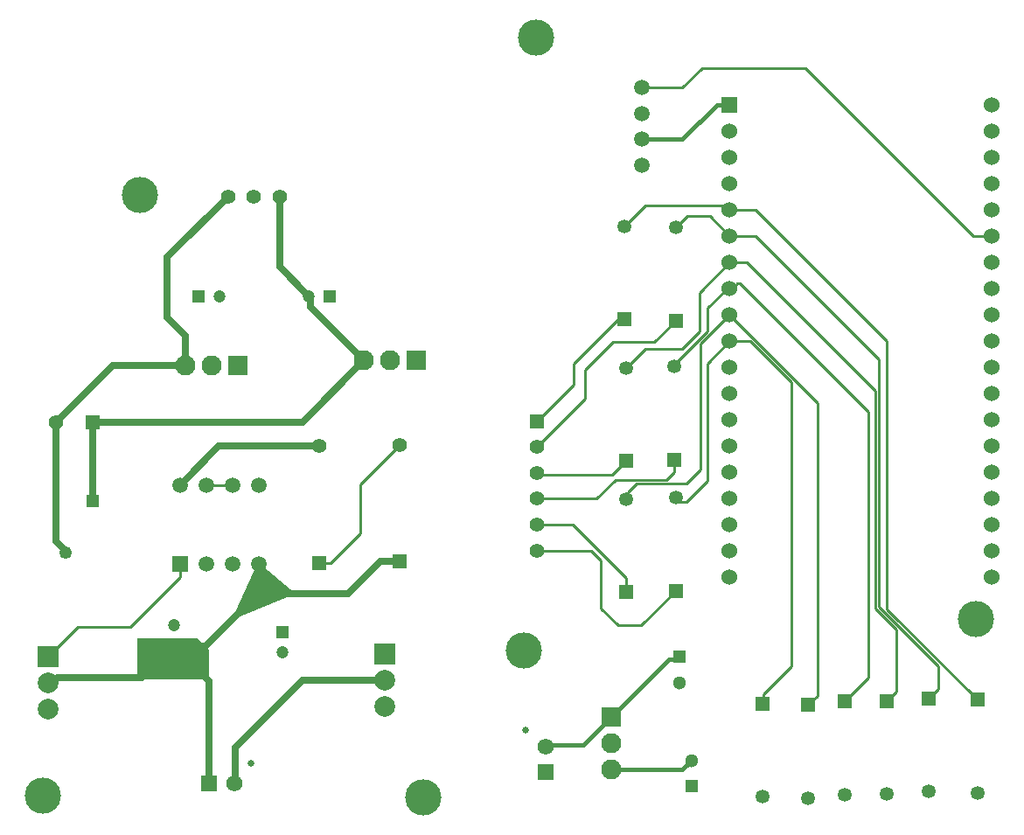
<source format=gbr>
G04*
G04 #@! TF.GenerationSoftware,Altium Limited,Altium Designer,23.8.1 (32)*
G04*
G04 Layer_Physical_Order=1*
G04 Layer_Color=255*
%FSLAX44Y44*%
%MOMM*%
G71*
G04*
G04 #@! TF.SameCoordinates,B6B44BCC-8F3F-42C6-BD7A-2A87D95AF342*
G04*
G04*
G04 #@! TF.FilePolarity,Positive*
G04*
G01*
G75*
%ADD16C,0.2540*%
%ADD27R,2.0000X2.0000*%
%ADD28C,2.0000*%
%ADD30R,1.2500X1.2500*%
%ADD31C,1.2500*%
%ADD32R,1.4000X1.4000*%
%ADD33C,1.4000*%
%ADD37R,1.2000X1.2000*%
%ADD38C,1.2000*%
%ADD41R,1.2000X1.2000*%
%ADD45C,0.3810*%
%ADD46C,0.6350*%
%ADD47R,1.3500X1.3500*%
%ADD48C,1.3500*%
%ADD49C,1.3000*%
%ADD50R,1.3000X1.3000*%
%ADD51R,1.5300X1.5300*%
%ADD52C,1.5300*%
%ADD53C,3.5000*%
%ADD54R,1.9350X1.9350*%
%ADD55C,1.9350*%
%ADD56R,1.4000X1.4000*%
%ADD57R,1.5750X1.5750*%
%ADD58C,1.5750*%
%ADD59C,0.6500*%
%ADD60C,1.5000*%
%ADD61R,1.5000X1.5000*%
%ADD62R,1.9350X1.9350*%
%ADD63R,1.5750X1.5750*%
G36*
X399090Y420680D02*
X468940D01*
Y448940D01*
X457830Y460050D01*
X399090D01*
Y420680D01*
D02*
G37*
G36*
X490610Y477910D02*
X515948Y533653D01*
X552760Y503230D01*
X490610Y477910D01*
D02*
G37*
D16*
X1046480Y1012190D02*
X1209140Y849530D01*
X946150Y1012190D02*
X1046480D01*
X1209140Y849530D02*
X1226820D01*
X992832Y747930D02*
X1032510Y708252D01*
X951230Y726340D02*
X972820Y747930D01*
X992832D01*
X951230Y612140D02*
Y726340D01*
X919480Y725378D02*
X951230Y757128D01*
X919480Y723180D02*
Y725378D01*
X944880Y745390D02*
X972820Y773330D01*
X930910Y609600D02*
X944880Y623570D01*
Y745390D01*
X1057910Y404410D02*
Y688240D01*
X951230Y757128D02*
Y779780D01*
X1032510Y433070D02*
Y708252D01*
X972820Y773330D02*
X1057910Y688240D01*
X951230Y779780D02*
X971500Y800050D01*
X1005302Y405862D02*
X1032510Y433070D01*
X943610Y756920D02*
Y794920D01*
X972820Y824130D01*
X927100Y740410D02*
X943610Y756920D01*
X890990Y740410D02*
X927100D01*
X982792Y803690D02*
X1107440Y679042D01*
X977048Y800050D02*
X980688Y803690D01*
X982792D01*
X971500Y800050D02*
X977048D01*
X872490Y721910D02*
X890990Y740410D01*
X972820Y824130D02*
X989430D01*
X1113790Y488884D02*
Y699770D01*
X989430Y824130D02*
X1113790Y699770D01*
X1084580Y398780D02*
X1107440Y421640D01*
Y679042D01*
X972820Y874930D02*
X998220D01*
X890990Y878840D02*
X972820D01*
X931630Y868680D02*
X953670D01*
X972820Y849530D02*
X998220D01*
X953670Y868680D02*
X972820Y849530D01*
X998220D02*
X1117600Y730150D01*
Y490462D02*
X1174932Y433130D01*
X1117600Y490462D02*
Y730150D01*
X1125220Y488230D02*
X1212850Y400600D01*
X998220Y874930D02*
X1125220Y747930D01*
Y488230D02*
Y747930D01*
X1174932Y410942D02*
Y433130D01*
X1125220Y399330D02*
X1134292Y408402D01*
Y468382D01*
X1113790Y488884D02*
X1134292Y468382D01*
X1165860Y401870D02*
X1174932Y410942D01*
X930910Y591820D02*
X951230Y612140D01*
X787800Y618490D02*
X859070D01*
X872490Y631910D01*
X786130Y620160D02*
X787800Y618490D01*
X871220Y859070D02*
X890990Y878840D01*
X843960Y595160D02*
X862210Y613410D01*
X786130Y595160D02*
X843960D01*
X911860Y613410D02*
X919480Y621030D01*
Y633180D01*
X862210Y613410D02*
X911860D01*
X920750Y591820D02*
X930910D01*
X874587Y601537D02*
X882650Y609600D01*
X930910D01*
X865165Y769070D02*
X871220D01*
X821690Y705720D02*
Y725595D01*
X865165Y769070D01*
X899710Y746760D02*
X920750Y767800D01*
X859790Y746760D02*
X899710D01*
X833120Y720090D02*
X859790Y746760D01*
X833120Y692150D02*
Y720090D01*
X920750Y857800D02*
X931630Y868680D01*
X872490Y504910D02*
Y518740D01*
X821070Y570160D02*
X872490Y518740D01*
X848360Y488950D02*
Y535390D01*
X838590Y545160D02*
X848360Y535390D01*
Y488950D02*
X864870Y472440D01*
X887010D02*
X920750Y506180D01*
X864870Y472440D02*
X887010D01*
X874587Y597007D02*
Y601537D01*
X872490Y594910D02*
X874587Y597007D01*
X1049020Y395520D02*
X1057910Y404410D01*
X1004570Y396790D02*
X1005302Y397522D01*
Y405862D01*
X887730Y993140D02*
X927100D01*
X946150Y1012190D01*
X786130Y570160D02*
X821070D01*
X786130Y670160D02*
X821690Y705720D01*
X786130Y645160D02*
X833120Y692150D01*
X786130Y545160D02*
X838590D01*
X341740Y471480D02*
X392740D01*
X312730Y442470D02*
X341740Y471480D01*
X441000Y519740D02*
Y532440D01*
X491800D02*
X494184Y534824D01*
X466400Y608640D02*
X491800D01*
X614990Y609260D02*
X653090Y647360D01*
X614990Y561650D02*
Y609260D01*
X586430Y533090D02*
X614990Y561650D01*
X575620Y533090D02*
X586430D01*
X392740Y471480D02*
X441000Y519740D01*
D27*
X312730Y442470D02*
D03*
X639395Y444910D02*
D03*
D28*
X312730Y416970D02*
D03*
Y391470D02*
D03*
X639395Y419410D02*
D03*
Y393910D02*
D03*
D30*
X356210Y593000D02*
D03*
D31*
X330210Y543000D02*
D03*
D32*
X575620Y533090D02*
D03*
X653090Y534360D02*
D03*
X786130Y670160D02*
D03*
D33*
X537120Y888040D02*
D03*
X512120D02*
D03*
X487120D02*
D03*
X320910Y669600D02*
D03*
X575620Y646090D02*
D03*
X653090Y647360D02*
D03*
X786130Y545160D02*
D03*
Y570160D02*
D03*
Y595160D02*
D03*
Y620160D02*
D03*
Y645160D02*
D03*
D37*
X540060Y466240D02*
D03*
X434650Y452590D02*
D03*
D38*
X540060Y446240D02*
D03*
X434650Y472590D02*
D03*
X479100Y791520D02*
D03*
X565620D02*
D03*
D41*
X459100D02*
D03*
X585620D02*
D03*
D45*
X960490Y976530D02*
X972820D01*
X927100Y943140D02*
X960490Y976530D01*
X887730Y943140D02*
X927100D01*
Y332740D02*
X935990Y341630D01*
X914577Y439597D02*
X922197D01*
X831450Y356470D02*
X914577Y439597D01*
X922197D02*
X924560Y441960D01*
X795020Y356470D02*
X831450D01*
X858520Y332740D02*
X927100D01*
D46*
X494684Y354640D02*
X559454Y419410D01*
X515930Y503230D02*
X603560D01*
X428390Y771110D02*
Y829310D01*
X355910Y669600D02*
X356060Y669450D01*
X330210Y543000D02*
Y544664D01*
X356060Y593150D02*
X356210Y593000D01*
X356060Y593150D02*
Y669450D01*
X559454Y419410D02*
X639395D01*
X320910Y553964D02*
Y669600D01*
Y553964D02*
X330210Y544664D01*
X375520Y724210D02*
X446080D01*
X320910Y669600D02*
X375520Y724210D01*
X355910Y669600D02*
X559110D01*
X428390Y829310D02*
X487120Y888040D01*
X494684Y320504D02*
Y354640D01*
X493580Y319400D02*
X494684Y320504D01*
X404010Y421950D02*
X434650Y452590D01*
X322435Y421950D02*
X404010D01*
X317454Y416970D02*
X322435Y421950D01*
X312730Y416970D02*
X317454D01*
X468580Y319400D02*
Y418660D01*
X537120Y820020D02*
Y888040D01*
X515930Y503230D02*
X517200Y504500D01*
Y532440D01*
X537120Y820020D02*
X565620Y791520D01*
X566701Y790439D01*
X575620Y646090D02*
X575620Y646090D01*
X566701Y781389D02*
Y790439D01*
Y781389D02*
X618800Y729290D01*
X603560Y503230D02*
X634690Y534360D01*
X446080Y724210D02*
Y753420D01*
X428390Y771110D02*
X446080Y753420D01*
X465290Y452590D02*
X515930Y503230D01*
X434650Y452590D02*
X468580Y418660D01*
X434650Y452590D02*
X465290D01*
X478450Y646090D02*
X575620D01*
X441000Y608640D02*
X478450Y646090D01*
X634690Y534360D02*
X653090D01*
X559110Y669600D02*
X618800Y729290D01*
D47*
X1125220Y399330D02*
D03*
X1084580Y398780D02*
D03*
X1049020Y395520D02*
D03*
X1004570Y396790D02*
D03*
X1165860Y401870D02*
D03*
X1212850Y400600D02*
D03*
X871220Y769070D02*
D03*
X920750Y767800D02*
D03*
X872490Y504910D02*
D03*
X920750Y506180D02*
D03*
X919480Y633180D02*
D03*
X872490Y631910D02*
D03*
D48*
X1125220Y309330D02*
D03*
X1084580Y308780D02*
D03*
X1049020Y305520D02*
D03*
X1004570Y306790D02*
D03*
X1165860Y311870D02*
D03*
X1212850Y310600D02*
D03*
X871220Y859070D02*
D03*
X920750Y857800D02*
D03*
X872490Y594910D02*
D03*
X920750Y596180D02*
D03*
X919480Y723180D02*
D03*
X872490Y721910D02*
D03*
D49*
X924560Y416960D02*
D03*
X935990Y341630D02*
D03*
D50*
X924560Y441960D02*
D03*
X935990Y316630D02*
D03*
D51*
X972820Y976530D02*
D03*
D52*
Y951130D02*
D03*
Y925730D02*
D03*
Y900330D02*
D03*
Y874930D02*
D03*
Y849530D02*
D03*
Y824130D02*
D03*
Y798730D02*
D03*
Y773330D02*
D03*
Y747930D02*
D03*
Y722530D02*
D03*
Y697130D02*
D03*
Y671730D02*
D03*
Y646330D02*
D03*
Y620930D02*
D03*
Y595530D02*
D03*
Y570130D02*
D03*
Y544730D02*
D03*
Y519330D02*
D03*
X1226820D02*
D03*
Y544730D02*
D03*
Y570130D02*
D03*
Y595530D02*
D03*
Y620930D02*
D03*
Y646330D02*
D03*
Y671730D02*
D03*
Y697130D02*
D03*
Y722530D02*
D03*
Y747930D02*
D03*
Y773330D02*
D03*
Y798730D02*
D03*
Y824130D02*
D03*
Y849530D02*
D03*
Y874930D02*
D03*
Y900330D02*
D03*
Y925730D02*
D03*
Y951130D02*
D03*
Y976530D02*
D03*
D53*
X1211580Y478790D02*
D03*
X785170Y1041710D02*
D03*
X773740Y448620D02*
D03*
X675950Y306380D02*
D03*
X307650Y307650D02*
D03*
X401630Y889310D02*
D03*
D54*
X858520Y383540D02*
D03*
D55*
Y358140D02*
D03*
Y332740D02*
D03*
X446080Y724210D02*
D03*
X471480D02*
D03*
X618800Y729290D02*
D03*
X644200D02*
D03*
D56*
X355910Y669600D02*
D03*
D57*
X468580Y319400D02*
D03*
D58*
X493580D02*
D03*
X795020Y355200D02*
D03*
D59*
X509580Y339400D02*
D03*
X775020Y371200D02*
D03*
D60*
X517200Y608640D02*
D03*
X491800D02*
D03*
X466400D02*
D03*
X441000D02*
D03*
X517200Y532440D02*
D03*
X491800D02*
D03*
X466400D02*
D03*
X887730Y918140D02*
D03*
Y943140D02*
D03*
Y968140D02*
D03*
Y993140D02*
D03*
D61*
X441000Y532440D02*
D03*
D62*
X496880Y724210D02*
D03*
X669600Y729290D02*
D03*
D63*
X795020Y330200D02*
D03*
M02*

</source>
